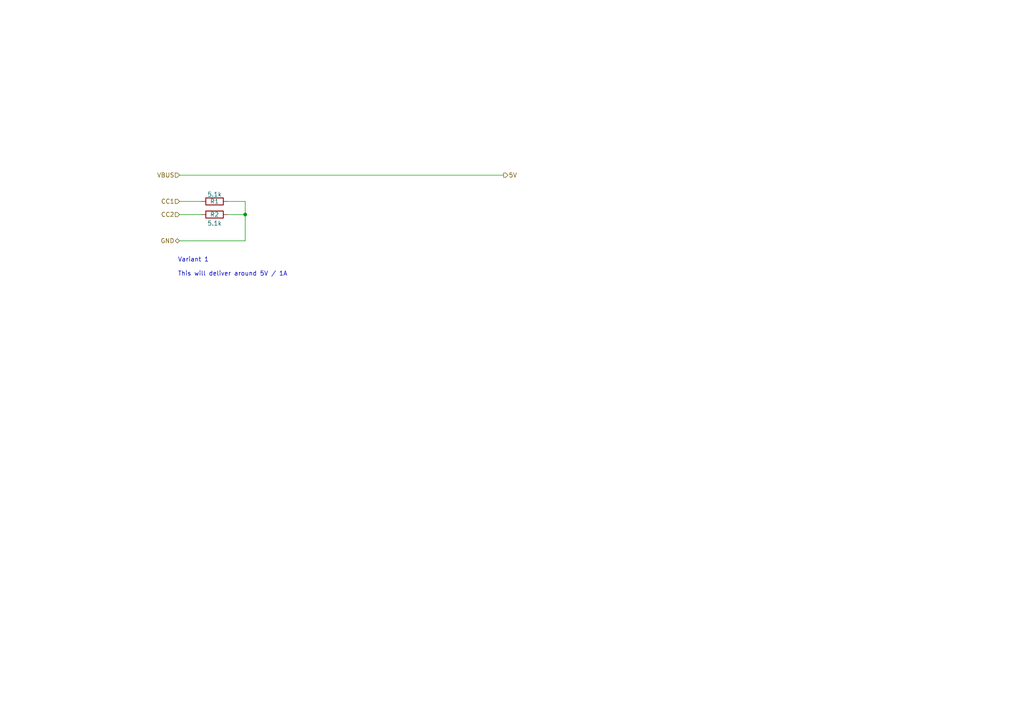
<source format=kicad_sch>
(kicad_sch (version 20250114) (generator "eeschema") (generator_version "9.0")
  (paper "A4")
  (lib_symbols
    (symbol "Device:R" (pin_numbers (hide yes)) (pin_names (offset 0))
      (property "Reference" "R" (at 2.032 0 90))
      (property "Value" "R" (at 0 0 90))
      (symbol "R_0_1"
        (rectangle (start -1.016 -2.54) (end 1.016 2.54) (stroke (width 0.254)))
      )
      (symbol "R_1_1"
        (pin passive line (at 0 3.81 270) (length 1.27) (name "~") (number "1"))
        (pin passive line (at 0 -3.81 90) (length 1.27) (name "~") (number "2"))
      )
    )
  )
  (text "Variant 1\n\nThis will deliver around 5V / 1A" (at 51.562 77.47 0) (effects (font (size 1.27 1.27)) (justify left)))
  (junction (at 71.12 62.23))
  (wire (pts (xy 66.04 58.42) (xy 71.12 58.42)))
  (wire (pts (xy 52.07 62.23) (xy 58.42 62.23)))
  (wire (pts (xy 52.07 50.8) (xy 146.05 50.8)))
  (wire (pts (xy 71.12 58.42) (xy 71.12 62.23)))
  (wire (pts (xy 52.07 58.42) (xy 58.42 58.42)))
  (wire (pts (xy 52.07 69.85) (xy 71.12 69.85)))
  (wire (pts (xy 71.12 69.85) (xy 71.12 62.23)))
  (wire (pts (xy 71.12 62.23) (xy 66.04 62.23)))
  (hierarchical_label "VBUS" (shape input) (at 52.07 50.8 180))
  (hierarchical_label "GND" (shape bidirectional) (at 52.07 69.85 180))
  (hierarchical_label "CC1" (shape input) (at 52.07 58.42 180))
  (hierarchical_label "CC2" (shape input) (at 52.07 62.23 180))
  (hierarchical_label "5V" (shape output) (at 146.05 50.8 0))
  (symbol (lib_id "Device:R") (at 62.23 62.23 90) (unit 1)
    (property "Reference" "R2" (at 62.23 62.23 90))
    (property "Value" "5.1k" (at 62.23 64.77 90))
    (property "Description" "Resistor" (effects (hide yes)))
  )
  (symbol (lib_id "Device:R") (at 62.23 58.42 270) (unit 1)
    (property "Reference" "R1" (at 62.23 58.42 90))
    (property "Value" "5.1k" (at 62.23 56.388 90))
    (property "Description" "Resistor" (effects (hide yes)))
  )
)
</source>
